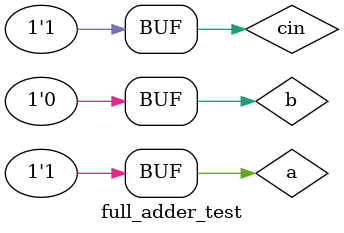
<source format=v>
`timescale 1ns / 1ps


module full_adder_test;

	// Inputs
	reg a;
	reg b;
	reg cin;

	// Outputs
	wire s;
	wire cout;

	// Instantiate the Unit Under Test (UUT)
	full_adder_9_1 uut (
		.s(s), 
		.cout(cout), 
		.a(a), 
		.b(b), 
		.cin(cin)
	);

	initial begin
		// Initialize Inputs
		a = 0;
		b = 0;
		cin = 0;

		// Wait 100 ns for global reset to finish
		#100;
        
		// Add stimulus here
		a = 1;
		b = 0;
		cin = 1;

	end
      
endmodule


</source>
